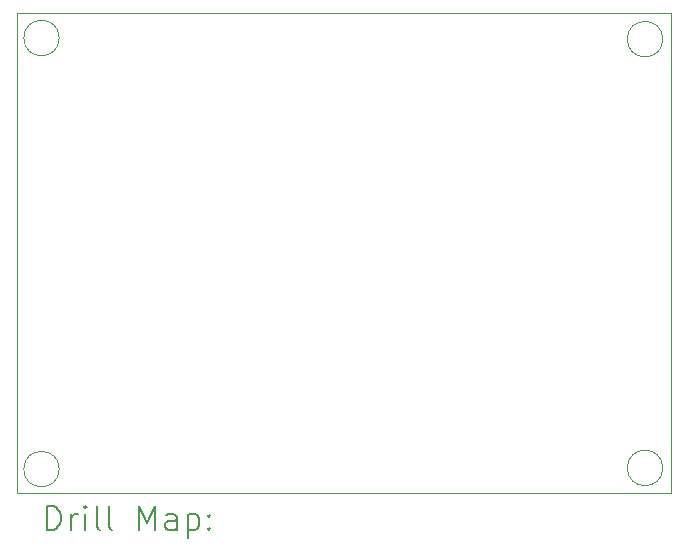
<source format=gbr>
%TF.GenerationSoftware,KiCad,Pcbnew,9.0.1*%
%TF.CreationDate,2025-08-15T11:03:45+05:00*%
%TF.ProjectId,transformerless_power_supply,7472616e-7366-46f7-926d-65726c657373,rev?*%
%TF.SameCoordinates,Original*%
%TF.FileFunction,Drillmap*%
%TF.FilePolarity,Positive*%
%FSLAX45Y45*%
G04 Gerber Fmt 4.5, Leading zero omitted, Abs format (unit mm)*
G04 Created by KiCad (PCBNEW 9.0.1) date 2025-08-15 11:03:45*
%MOMM*%
%LPD*%
G01*
G04 APERTURE LIST*
%ADD10C,0.050000*%
%ADD11C,0.200000*%
G04 APERTURE END LIST*
D10*
X11630333Y-11110000D02*
G75*
G02*
X11329667Y-11110000I-150333J0D01*
G01*
X11329667Y-11110000D02*
G75*
G02*
X11630333Y-11110000I150333J0D01*
G01*
X16740333Y-11100000D02*
G75*
G02*
X16439667Y-11100000I-150333J0D01*
G01*
X16439667Y-11100000D02*
G75*
G02*
X16740333Y-11100000I150333J0D01*
G01*
X11270000Y-7250000D02*
X16810000Y-7250000D01*
X16810000Y-11310000D01*
X11270000Y-11310000D01*
X11270000Y-7250000D01*
X16740333Y-7470000D02*
G75*
G02*
X16439667Y-7470000I-150333J0D01*
G01*
X16439667Y-7470000D02*
G75*
G02*
X16740333Y-7470000I150333J0D01*
G01*
X11630333Y-7460000D02*
G75*
G02*
X11329667Y-7460000I-150333J0D01*
G01*
X11329667Y-7460000D02*
G75*
G02*
X11630333Y-7460000I150333J0D01*
G01*
D11*
X11528277Y-11623984D02*
X11528277Y-11423984D01*
X11528277Y-11423984D02*
X11575896Y-11423984D01*
X11575896Y-11423984D02*
X11604467Y-11433508D01*
X11604467Y-11433508D02*
X11623515Y-11452555D01*
X11623515Y-11452555D02*
X11633039Y-11471603D01*
X11633039Y-11471603D02*
X11642562Y-11509698D01*
X11642562Y-11509698D02*
X11642562Y-11538269D01*
X11642562Y-11538269D02*
X11633039Y-11576365D01*
X11633039Y-11576365D02*
X11623515Y-11595412D01*
X11623515Y-11595412D02*
X11604467Y-11614460D01*
X11604467Y-11614460D02*
X11575896Y-11623984D01*
X11575896Y-11623984D02*
X11528277Y-11623984D01*
X11728277Y-11623984D02*
X11728277Y-11490650D01*
X11728277Y-11528746D02*
X11737801Y-11509698D01*
X11737801Y-11509698D02*
X11747324Y-11500174D01*
X11747324Y-11500174D02*
X11766372Y-11490650D01*
X11766372Y-11490650D02*
X11785420Y-11490650D01*
X11852086Y-11623984D02*
X11852086Y-11490650D01*
X11852086Y-11423984D02*
X11842562Y-11433508D01*
X11842562Y-11433508D02*
X11852086Y-11443031D01*
X11852086Y-11443031D02*
X11861610Y-11433508D01*
X11861610Y-11433508D02*
X11852086Y-11423984D01*
X11852086Y-11423984D02*
X11852086Y-11443031D01*
X11975896Y-11623984D02*
X11956848Y-11614460D01*
X11956848Y-11614460D02*
X11947324Y-11595412D01*
X11947324Y-11595412D02*
X11947324Y-11423984D01*
X12080658Y-11623984D02*
X12061610Y-11614460D01*
X12061610Y-11614460D02*
X12052086Y-11595412D01*
X12052086Y-11595412D02*
X12052086Y-11423984D01*
X12309229Y-11623984D02*
X12309229Y-11423984D01*
X12309229Y-11423984D02*
X12375896Y-11566841D01*
X12375896Y-11566841D02*
X12442562Y-11423984D01*
X12442562Y-11423984D02*
X12442562Y-11623984D01*
X12623515Y-11623984D02*
X12623515Y-11519222D01*
X12623515Y-11519222D02*
X12613991Y-11500174D01*
X12613991Y-11500174D02*
X12594943Y-11490650D01*
X12594943Y-11490650D02*
X12556848Y-11490650D01*
X12556848Y-11490650D02*
X12537801Y-11500174D01*
X12623515Y-11614460D02*
X12604467Y-11623984D01*
X12604467Y-11623984D02*
X12556848Y-11623984D01*
X12556848Y-11623984D02*
X12537801Y-11614460D01*
X12537801Y-11614460D02*
X12528277Y-11595412D01*
X12528277Y-11595412D02*
X12528277Y-11576365D01*
X12528277Y-11576365D02*
X12537801Y-11557317D01*
X12537801Y-11557317D02*
X12556848Y-11547793D01*
X12556848Y-11547793D02*
X12604467Y-11547793D01*
X12604467Y-11547793D02*
X12623515Y-11538269D01*
X12718753Y-11490650D02*
X12718753Y-11690650D01*
X12718753Y-11500174D02*
X12737801Y-11490650D01*
X12737801Y-11490650D02*
X12775896Y-11490650D01*
X12775896Y-11490650D02*
X12794943Y-11500174D01*
X12794943Y-11500174D02*
X12804467Y-11509698D01*
X12804467Y-11509698D02*
X12813991Y-11528746D01*
X12813991Y-11528746D02*
X12813991Y-11585888D01*
X12813991Y-11585888D02*
X12804467Y-11604936D01*
X12804467Y-11604936D02*
X12794943Y-11614460D01*
X12794943Y-11614460D02*
X12775896Y-11623984D01*
X12775896Y-11623984D02*
X12737801Y-11623984D01*
X12737801Y-11623984D02*
X12718753Y-11614460D01*
X12899705Y-11604936D02*
X12909229Y-11614460D01*
X12909229Y-11614460D02*
X12899705Y-11623984D01*
X12899705Y-11623984D02*
X12890182Y-11614460D01*
X12890182Y-11614460D02*
X12899705Y-11604936D01*
X12899705Y-11604936D02*
X12899705Y-11623984D01*
X12899705Y-11500174D02*
X12909229Y-11509698D01*
X12909229Y-11509698D02*
X12899705Y-11519222D01*
X12899705Y-11519222D02*
X12890182Y-11509698D01*
X12890182Y-11509698D02*
X12899705Y-11500174D01*
X12899705Y-11500174D02*
X12899705Y-11519222D01*
M02*

</source>
